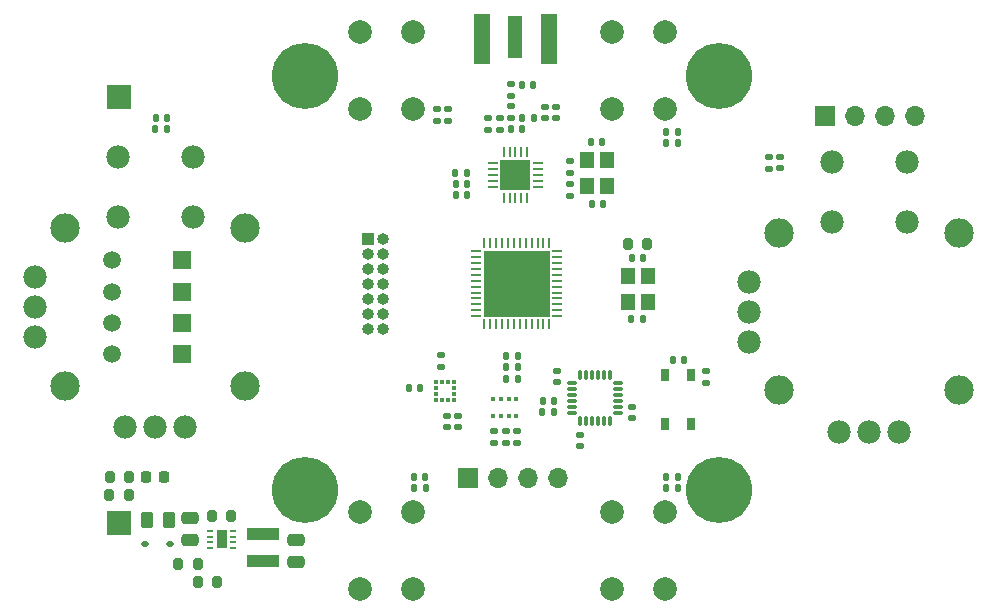
<source format=gts>
%TF.GenerationSoftware,KiCad,Pcbnew,(7.0.0)*%
%TF.CreationDate,2023-11-05T00:37:01+05:30*%
%TF.ProjectId,Drone_Controller_2.0,44726f6e-655f-4436-9f6e-74726f6c6c65,rev?*%
%TF.SameCoordinates,Original*%
%TF.FileFunction,Soldermask,Top*%
%TF.FilePolarity,Negative*%
%FSLAX46Y46*%
G04 Gerber Fmt 4.6, Leading zero omitted, Abs format (unit mm)*
G04 Created by KiCad (PCBNEW (7.0.0)) date 2023-11-05 00:37:01*
%MOMM*%
%LPD*%
G01*
G04 APERTURE LIST*
G04 Aperture macros list*
%AMRoundRect*
0 Rectangle with rounded corners*
0 $1 Rounding radius*
0 $2 $3 $4 $5 $6 $7 $8 $9 X,Y pos of 4 corners*
0 Add a 4 corners polygon primitive as box body*
4,1,4,$2,$3,$4,$5,$6,$7,$8,$9,$2,$3,0*
0 Add four circle primitives for the rounded corners*
1,1,$1+$1,$2,$3*
1,1,$1+$1,$4,$5*
1,1,$1+$1,$6,$7*
1,1,$1+$1,$8,$9*
0 Add four rect primitives between the rounded corners*
20,1,$1+$1,$2,$3,$4,$5,0*
20,1,$1+$1,$4,$5,$6,$7,0*
20,1,$1+$1,$6,$7,$8,$9,0*
20,1,$1+$1,$8,$9,$2,$3,0*%
G04 Aperture macros list end*
%ADD10R,2.000000X2.000000*%
%ADD11C,1.500000*%
%ADD12RoundRect,0.250000X-0.550000X0.550000X-0.550000X-0.550000X0.550000X-0.550000X0.550000X0.550000X0*%
%ADD13C,5.600000*%
%ADD14RoundRect,0.140000X0.170000X-0.140000X0.170000X0.140000X-0.170000X0.140000X-0.170000X-0.140000X0*%
%ADD15RoundRect,0.140000X0.140000X0.170000X-0.140000X0.170000X-0.140000X-0.170000X0.140000X-0.170000X0*%
%ADD16RoundRect,0.135000X-0.135000X-0.185000X0.135000X-0.185000X0.135000X0.185000X-0.135000X0.185000X0*%
%ADD17RoundRect,0.140000X-0.170000X0.140000X-0.170000X-0.140000X0.170000X-0.140000X0.170000X0.140000X0*%
%ADD18RoundRect,0.250000X-0.475000X0.250000X-0.475000X-0.250000X0.475000X-0.250000X0.475000X0.250000X0*%
%ADD19RoundRect,0.135000X0.185000X-0.135000X0.185000X0.135000X-0.185000X0.135000X-0.185000X-0.135000X0*%
%ADD20C,2.000000*%
%ADD21R,1.700000X1.700000*%
%ADD22O,1.700000X1.700000*%
%ADD23RoundRect,0.140000X-0.140000X-0.170000X0.140000X-0.170000X0.140000X0.170000X-0.140000X0.170000X0*%
%ADD24RoundRect,0.200000X-0.200000X-0.275000X0.200000X-0.275000X0.200000X0.275000X-0.200000X0.275000X0*%
%ADD25RoundRect,0.062500X0.375000X0.062500X-0.375000X0.062500X-0.375000X-0.062500X0.375000X-0.062500X0*%
%ADD26RoundRect,0.062500X0.062500X0.375000X-0.062500X0.375000X-0.062500X-0.375000X0.062500X-0.375000X0*%
%ADD27R,5.600000X5.600000*%
%ADD28RoundRect,0.062500X0.062500X-0.350000X0.062500X0.350000X-0.062500X0.350000X-0.062500X-0.350000X0*%
%ADD29RoundRect,0.062500X0.350000X-0.062500X0.350000X0.062500X-0.350000X0.062500X-0.350000X-0.062500X0*%
%ADD30R,2.500000X2.500000*%
%ADD31RoundRect,0.135000X0.135000X0.185000X-0.135000X0.185000X-0.135000X-0.185000X0.135000X-0.185000X0*%
%ADD32RoundRect,0.147500X0.147500X0.172500X-0.147500X0.172500X-0.147500X-0.172500X0.147500X-0.172500X0*%
%ADD33R,1.200000X1.400000*%
%ADD34R,0.350000X0.350000*%
%ADD35RoundRect,0.250000X-0.262500X-0.450000X0.262500X-0.450000X0.262500X0.450000X-0.262500X0.450000X0*%
%ADD36R,1.000000X1.000000*%
%ADD37O,1.000000X1.000000*%
%ADD38R,0.500000X0.250000*%
%ADD39R,0.900000X1.600000*%
%ADD40RoundRect,0.225000X-0.225000X-0.250000X0.225000X-0.250000X0.225000X0.250000X-0.225000X0.250000X0*%
%ADD41RoundRect,0.200000X0.200000X0.275000X-0.200000X0.275000X-0.200000X-0.275000X0.200000X-0.275000X0*%
%ADD42R,0.650000X1.050000*%
%ADD43RoundRect,0.112500X-0.187500X-0.112500X0.187500X-0.112500X0.187500X0.112500X-0.187500X0.112500X0*%
%ADD44RoundRect,0.075000X-0.075000X0.350000X-0.075000X-0.350000X0.075000X-0.350000X0.075000X0.350000X0*%
%ADD45RoundRect,0.075000X-0.350000X-0.075000X0.350000X-0.075000X0.350000X0.075000X-0.350000X0.075000X0*%
%ADD46R,0.300000X0.350000*%
%ADD47R,0.350000X0.300000*%
%ADD48R,2.750000X1.000000*%
%ADD49RoundRect,0.147500X0.172500X-0.147500X0.172500X0.147500X-0.172500X0.147500X-0.172500X-0.147500X0*%
%ADD50R,1.270000X3.600000*%
%ADD51R,1.350000X4.200000*%
%ADD52C,1.982000*%
%ADD53C,2.490000*%
%ADD54RoundRect,0.250000X0.475000X-0.250000X0.475000X0.250000X-0.475000X0.250000X-0.475000X-0.250000X0*%
%ADD55RoundRect,0.135000X-0.185000X0.135000X-0.185000X-0.135000X0.185000X-0.135000X0.185000X0.135000X0*%
%ADD56RoundRect,0.147500X-0.147500X-0.172500X0.147500X-0.172500X0.147500X0.172500X-0.147500X0.172500X0*%
G04 APERTURE END LIST*
D10*
%TO.C,J6*%
X163575999Y-83311999D03*
%TD*%
D11*
%TO.C,J7*%
X162910000Y-97129600D03*
D12*
X168910000Y-97129600D03*
%TD*%
D13*
%TO.C,H1*%
X179324000Y-81534000D03*
%TD*%
D14*
%TO.C,C10*%
X194818000Y-86075400D03*
X194818000Y-85115400D03*
%TD*%
D15*
%TO.C,C7*%
X192989200Y-91592400D03*
X192029200Y-91592400D03*
%TD*%
D16*
%TO.C,R12*%
X196287200Y-106172000D03*
X197307200Y-106172000D03*
%TD*%
D17*
%TO.C,C6*%
X219506800Y-88365200D03*
X219506800Y-89325200D03*
%TD*%
D18*
%TO.C,C28*%
X169519600Y-118938000D03*
X169519600Y-120838000D03*
%TD*%
D19*
%TO.C,R6*%
X218541600Y-89357200D03*
X218541600Y-88337200D03*
%TD*%
D16*
%TO.C,R3*%
X209825400Y-116408200D03*
X210845400Y-116408200D03*
%TD*%
%TO.C,R7*%
X191971200Y-89712800D03*
X192991200Y-89712800D03*
%TD*%
D19*
%TO.C,R18*%
X213250200Y-107502600D03*
X213250200Y-106482600D03*
%TD*%
D20*
%TO.C,SW2*%
X183932000Y-124916000D03*
X183932000Y-118416000D03*
X188432000Y-124916000D03*
X188432000Y-118416000D03*
%TD*%
D11*
%TO.C,J10*%
X162910000Y-105054400D03*
D12*
X168910000Y-105054400D03*
%TD*%
D11*
%TO.C,J9*%
X162910000Y-102412800D03*
D12*
X168910000Y-102412800D03*
%TD*%
D14*
%TO.C,C19*%
X200609200Y-107464800D03*
X200609200Y-106504800D03*
%TD*%
D17*
%TO.C,C26*%
X192278000Y-110292000D03*
X192278000Y-111252000D03*
%TD*%
%TO.C,C22*%
X195326000Y-111605600D03*
X195326000Y-112565600D03*
%TD*%
D13*
%TO.C,H4*%
X214376000Y-116586000D03*
%TD*%
D21*
%TO.C,J2*%
X193100799Y-115569999D03*
D22*
X195640799Y-115569999D03*
X198180799Y-115569999D03*
X200720799Y-115569999D03*
%TD*%
D17*
%TO.C,C15*%
X200533000Y-84130000D03*
X200533000Y-85090000D03*
%TD*%
%TO.C,C14*%
X199593200Y-84127400D03*
X199593200Y-85087400D03*
%TD*%
D23*
%TO.C,C2*%
X188496000Y-115468400D03*
X189456000Y-115468400D03*
%TD*%
D24*
%TO.C,R14*%
X170218600Y-124358400D03*
X171868600Y-124358400D03*
%TD*%
D15*
%TO.C,C9*%
X192989200Y-90652600D03*
X192029200Y-90652600D03*
%TD*%
%TO.C,C23*%
X189021600Y-107952600D03*
X188061600Y-107952600D03*
%TD*%
D14*
%TO.C,C11*%
X195757800Y-86075400D03*
X195757800Y-85115400D03*
%TD*%
D19*
%TO.C,R1*%
X190474600Y-85346000D03*
X190474600Y-84326000D03*
%TD*%
D25*
%TO.C,U6*%
X200660000Y-101854000D03*
X200660000Y-101354000D03*
X200660000Y-100854000D03*
X200660000Y-100354000D03*
X200660000Y-99854000D03*
X200660000Y-99354000D03*
X200660000Y-98854000D03*
X200660000Y-98354000D03*
X200660000Y-97854000D03*
X200660000Y-97354000D03*
X200660000Y-96854000D03*
X200660000Y-96354000D03*
D26*
X199972500Y-95666500D03*
X199472500Y-95666500D03*
X198972500Y-95666500D03*
X198472500Y-95666500D03*
X197972500Y-95666500D03*
X197472500Y-95666500D03*
X196972500Y-95666500D03*
X196472500Y-95666500D03*
X195972500Y-95666500D03*
X195472500Y-95666500D03*
X194972500Y-95666500D03*
X194472500Y-95666500D03*
D25*
X193785000Y-96354000D03*
X193785000Y-96854000D03*
X193785000Y-97354000D03*
X193785000Y-97854000D03*
X193785000Y-98354000D03*
X193785000Y-98854000D03*
X193785000Y-99354000D03*
X193785000Y-99854000D03*
X193785000Y-100354000D03*
X193785000Y-100854000D03*
X193785000Y-101354000D03*
X193785000Y-101854000D03*
D26*
X194472500Y-102541500D03*
X194972500Y-102541500D03*
X195472500Y-102541500D03*
X195972500Y-102541500D03*
X196472500Y-102541500D03*
X196972500Y-102541500D03*
X197472500Y-102541500D03*
X197972500Y-102541500D03*
X198472500Y-102541500D03*
X198972500Y-102541500D03*
X199472500Y-102541500D03*
X199972500Y-102541500D03*
D27*
X197222499Y-99103999D03*
%TD*%
D28*
%TO.C,U1*%
X196104000Y-91853500D03*
X196604000Y-91853500D03*
X197104000Y-91853500D03*
X197604000Y-91853500D03*
X198104000Y-91853500D03*
D29*
X199041500Y-90916000D03*
X199041500Y-90416000D03*
X199041500Y-89916000D03*
X199041500Y-89416000D03*
X199041500Y-88916000D03*
D28*
X198104000Y-87978500D03*
X197604000Y-87978500D03*
X197104000Y-87978500D03*
X196604000Y-87978500D03*
X196104000Y-87978500D03*
D29*
X195166500Y-88916000D03*
X195166500Y-89416000D03*
X195166500Y-89916000D03*
X195166500Y-90416000D03*
X195166500Y-90916000D03*
D30*
X197103999Y-89915999D03*
%TD*%
D31*
%TO.C,R5*%
X167618600Y-85979000D03*
X166598600Y-85979000D03*
%TD*%
D23*
%TO.C,C39*%
X206964400Y-96926400D03*
X207924400Y-96926400D03*
%TD*%
D15*
%TO.C,C3*%
X210842800Y-115443000D03*
X209882800Y-115443000D03*
%TD*%
D32*
%TO.C,L3*%
X198655800Y-85039200D03*
X197685800Y-85039200D03*
%TD*%
D15*
%TO.C,C17*%
X198625400Y-82245200D03*
X197665400Y-82245200D03*
%TD*%
D17*
%TO.C,C1*%
X191414400Y-84356000D03*
X191414400Y-85316000D03*
%TD*%
D33*
%TO.C,Y2*%
X208361399Y-100624999D03*
X208361399Y-98424999D03*
X206661399Y-98424999D03*
X206661399Y-100624999D03*
%TD*%
D20*
%TO.C,SW4*%
X205268000Y-84276000D03*
X205268000Y-77776000D03*
X209768000Y-84276000D03*
X209768000Y-77776000D03*
%TD*%
D34*
%TO.C,IC2*%
X195239999Y-108899399D03*
X195889999Y-108899399D03*
X196539999Y-108899399D03*
X197189999Y-108899399D03*
X197189999Y-110349399D03*
X196539999Y-110349399D03*
X195889999Y-110349399D03*
X195239999Y-110349399D03*
%TD*%
D16*
%TO.C,R4*%
X209825400Y-86258400D03*
X210845400Y-86258400D03*
%TD*%
D35*
%TO.C,FB1*%
X165916600Y-119126000D03*
X167741600Y-119126000D03*
%TD*%
D31*
%TO.C,R9*%
X200406000Y-109982000D03*
X199386000Y-109982000D03*
%TD*%
%TO.C,R2*%
X189513400Y-116408200D03*
X188493400Y-116408200D03*
%TD*%
D36*
%TO.C,J4*%
X184657999Y-95300799D03*
D37*
X185927999Y-95300799D03*
X184657999Y-96570799D03*
X185927999Y-96570799D03*
X184657999Y-97840799D03*
X185927999Y-97840799D03*
X184657999Y-99110799D03*
X185927999Y-99110799D03*
X184657999Y-100380799D03*
X185927999Y-100380799D03*
X184657999Y-101650799D03*
X185927999Y-101650799D03*
X184657999Y-102920799D03*
X185927999Y-102920799D03*
%TD*%
D14*
%TO.C,C24*%
X190830200Y-106118600D03*
X190830200Y-105158600D03*
%TD*%
D24*
%TO.C,R15*%
X162725600Y-116992400D03*
X164375600Y-116992400D03*
%TD*%
D38*
%TO.C,U7*%
X171277199Y-120013599D03*
X171277199Y-120513599D03*
X171277199Y-121013599D03*
X171277199Y-121513599D03*
X173177199Y-121513599D03*
X173177199Y-121013599D03*
X173177199Y-120513599D03*
X173177199Y-120013599D03*
D39*
X172227199Y-120763599D03*
%TD*%
D15*
%TO.C,C13*%
X204520800Y-92354400D03*
X203560800Y-92354400D03*
%TD*%
D40*
%TO.C,C29*%
X165798200Y-115493800D03*
X167348200Y-115493800D03*
%TD*%
D41*
%TO.C,FB2*%
X208246600Y-95707200D03*
X206596600Y-95707200D03*
%TD*%
D42*
%TO.C,SW5*%
X209787599Y-110997999D03*
X209787599Y-106847999D03*
X211937599Y-110997999D03*
X211937599Y-106847999D03*
%TD*%
D17*
%TO.C,C25*%
X191312800Y-110292000D03*
X191312800Y-111252000D03*
%TD*%
D43*
%TO.C,D1*%
X165726400Y-121107200D03*
X167826400Y-121107200D03*
%TD*%
D44*
%TO.C,U2*%
X205065400Y-106827400D03*
X204565400Y-106827400D03*
X204065400Y-106827400D03*
X203565400Y-106827400D03*
X203065400Y-106827400D03*
X202565400Y-106827400D03*
D45*
X201865400Y-107527400D03*
X201865400Y-108027400D03*
X201865400Y-108527400D03*
X201865400Y-109027400D03*
X201865400Y-109527400D03*
X201865400Y-110027400D03*
D44*
X202565400Y-110727400D03*
X203065400Y-110727400D03*
X203565400Y-110727400D03*
X204065400Y-110727400D03*
X204565400Y-110727400D03*
X205065400Y-110727400D03*
D45*
X205765400Y-110027400D03*
X205765400Y-109527400D03*
X205765400Y-109027400D03*
X205765400Y-108527400D03*
X205765400Y-108027400D03*
X205765400Y-107527400D03*
%TD*%
D15*
%TO.C,C21*%
X200399400Y-109042200D03*
X199439400Y-109042200D03*
%TD*%
D14*
%TO.C,C16*%
X196748400Y-83179800D03*
X196748400Y-82219800D03*
%TD*%
D46*
%TO.C,U5*%
X191859599Y-107456599D03*
X191359599Y-107456599D03*
X190859599Y-107456599D03*
X190359599Y-107456599D03*
D47*
X190359599Y-107956599D03*
X190359599Y-108456599D03*
D46*
X190359599Y-108956599D03*
X190859599Y-108956599D03*
X191359599Y-108956599D03*
X191859599Y-108956599D03*
D47*
X191859599Y-108456599D03*
X191859599Y-107956599D03*
%TD*%
D13*
%TO.C,H2*%
X214376000Y-81534000D03*
%TD*%
D33*
%TO.C,Y1*%
X203165399Y-88638199D03*
X203165399Y-90838199D03*
X204865399Y-90838199D03*
X204865399Y-88638199D03*
%TD*%
D15*
%TO.C,C37*%
X211393400Y-105570200D03*
X210433400Y-105570200D03*
%TD*%
%TO.C,C4*%
X210840200Y-87223600D03*
X209880200Y-87223600D03*
%TD*%
D17*
%TO.C,C18*%
X202590400Y-111892200D03*
X202590400Y-112852200D03*
%TD*%
D15*
%TO.C,C38*%
X207873600Y-102108000D03*
X206913600Y-102108000D03*
%TD*%
D17*
%TO.C,C20*%
X206959200Y-109530000D03*
X206959200Y-110490000D03*
%TD*%
D23*
%TO.C,C12*%
X203484600Y-87147400D03*
X204444600Y-87147400D03*
%TD*%
D48*
%TO.C,L4*%
X175742599Y-120312799D03*
X175742599Y-122612799D03*
%TD*%
D24*
%TO.C,R17*%
X171400200Y-118745000D03*
X173050200Y-118745000D03*
%TD*%
D13*
%TO.C,H3*%
X179324000Y-116586000D03*
%TD*%
D49*
%TO.C,L2*%
X196748400Y-85064600D03*
X196748400Y-84094600D03*
%TD*%
D50*
%TO.C,J3*%
X197103999Y-78206599D03*
D51*
X199928999Y-78406599D03*
X194278999Y-78406599D03*
%TD*%
D52*
%TO.C,U3*%
X163449000Y-88392000D03*
X169799000Y-88392000D03*
X163449000Y-93472000D03*
X169799000Y-93472000D03*
X164084000Y-111252000D03*
X166624000Y-111252000D03*
X169164000Y-111252000D03*
D53*
X159004000Y-94424500D03*
X159004000Y-107759500D03*
X174244000Y-107759500D03*
X174244000Y-94424500D03*
D52*
X156464000Y-98552000D03*
X156464000Y-101092000D03*
X156464000Y-103632000D03*
%TD*%
D54*
%TO.C,C30*%
X178562000Y-122702400D03*
X178562000Y-120802400D03*
%TD*%
D23*
%TO.C,C5*%
X166629200Y-85039200D03*
X167589200Y-85039200D03*
%TD*%
D17*
%TO.C,C27*%
X196291200Y-111608200D03*
X196291200Y-112568200D03*
%TD*%
D20*
%TO.C,SW3*%
X205268000Y-124916000D03*
X205268000Y-118416000D03*
X209768000Y-124916000D03*
X209768000Y-118416000D03*
%TD*%
D10*
%TO.C,J5*%
X163575999Y-119379999D03*
%TD*%
D11*
%TO.C,J8*%
X162910000Y-99771200D03*
D12*
X168910000Y-99771200D03*
%TD*%
D19*
%TO.C,R10*%
X197256400Y-112574800D03*
X197256400Y-111554800D03*
%TD*%
D24*
%TO.C,R13*%
X168555400Y-122834400D03*
X170205400Y-122834400D03*
%TD*%
D41*
%TO.C,R16*%
X164387800Y-115493800D03*
X162737800Y-115493800D03*
%TD*%
D55*
%TO.C,R8*%
X201704000Y-88694800D03*
X201704000Y-89714800D03*
%TD*%
D52*
%TO.C,U4*%
X223901000Y-88773000D03*
X230251000Y-88773000D03*
X223901000Y-93853000D03*
X230251000Y-93853000D03*
X224536000Y-111633000D03*
X227076000Y-111633000D03*
X229616000Y-111633000D03*
D53*
X219456000Y-94805500D03*
X219456000Y-108140500D03*
X234696000Y-108140500D03*
X234696000Y-94805500D03*
D52*
X216916000Y-98933000D03*
X216916000Y-101473000D03*
X216916000Y-104013000D03*
%TD*%
D16*
%TO.C,R19*%
X196287200Y-105206800D03*
X197307200Y-105206800D03*
%TD*%
D20*
%TO.C,SW1*%
X183932000Y-84276000D03*
X183932000Y-77776000D03*
X188432000Y-84276000D03*
X188432000Y-77776000D03*
%TD*%
D56*
%TO.C,L1*%
X196720600Y-86029800D03*
X197690600Y-86029800D03*
%TD*%
D17*
%TO.C,C8*%
X201704000Y-90683200D03*
X201704000Y-91643200D03*
%TD*%
D21*
%TO.C,J1*%
X223275999Y-84937599D03*
D22*
X225815999Y-84937599D03*
X228355999Y-84937599D03*
X230895999Y-84937599D03*
%TD*%
D16*
%TO.C,R11*%
X196287200Y-107137200D03*
X197307200Y-107137200D03*
%TD*%
M02*

</source>
